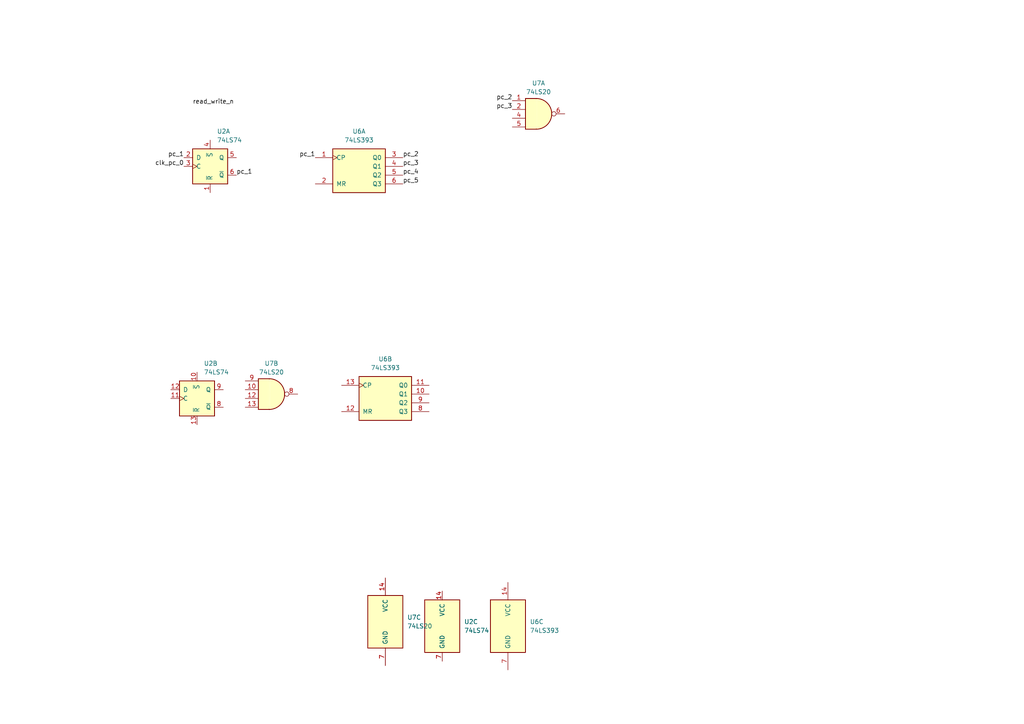
<source format=kicad_sch>
(kicad_sch (version 20230121) (generator eeschema)
  (paper "A4")
  (lib_symbols
    (symbol "74xx:74LS20" (pin_names (offset 1.016))
      (property "Reference" "U" (at 0 1.27 0))
      (property "Value" "74LS20" (at 0 -1.27 0))
      (symbol "74LS20_1_1"
        (arc (start -0.635 -4.445) (mid 3.7907 0) (end -0.635 4.445) (stroke (width 0.254)) (fill (type background)))
        (polyline (pts (xy -0.635 4.445) (xy -3.81 4.445) (xy -3.81 -4.445) (xy -0.635 -4.445)) (stroke (width 0.254)) (fill (type background)))
        (pin input line (at -7.62 3.81 0) (length 3.81) (name "~") (number "1"))
        (pin input line (at -7.62 1.27 0) (length 3.81) (name "~") (number "2"))
        (pin input line (at -7.62 -1.27 0) (length 3.81) (name "~") (number "4"))
        (pin input line (at -7.62 -3.81 0) (length 3.81) (name "~") (number "5"))
        (pin output inverted (at 7.62 0 180) (length 3.81) (name "~") (number "6"))
      )
      (symbol "74LS20_1_2"
        (arc (start -3.81 -4.445) (mid -2.5908 0) (end -3.81 4.445) (stroke (width 0.254)))
        (arc (start -0.6096 -4.445) (mid 2.2246 -2.8422) (end 3.81 0) (stroke (width 0.254)) (fill (type background)))
        (polyline (pts (xy -3.81 -4.445) (xy -0.635 -4.445)) (stroke (width 0.254)) (fill (type background)))
        (polyline (pts (xy -3.81 4.445) (xy -0.635 4.445)) (stroke (width 0.254)) (fill (type background)))
        (polyline (pts (xy -0.635 4.445) (xy -3.81 4.445) (xy -3.81 4.445) (xy -3.6322 4.0894) (xy -3.0988 2.921) (xy -2.7686 1.6764) (xy -2.6162 0.4318) (xy -2.6416 -0.8636) (xy -2.8702 -2.1082) (xy -3.2512 -3.3274) (xy -3.81 -4.445) (xy -3.81 -4.445) (xy -0.635 -4.445)) (stroke (width -25.4)) (fill (type background)))
        (arc (start 3.81 0) (mid 2.2204 2.8379) (end -0.6096 4.445) (stroke (width 0.254)) (fill (type background)))
        (pin input inverted (at -7.62 3.81 0) (length 3.81) (name "~") (number "1"))
        (pin input inverted (at -7.62 1.27 0) (length 4.826) (name "~") (number "2"))
        (pin input inverted (at -7.62 -1.27 0) (length 4.826) (name "~") (number "4"))
        (pin input inverted (at -7.62 -3.81 0) (length 3.81) (name "~") (number "5"))
        (pin output line (at 7.62 0 180) (length 3.81) (name "~") (number "6"))
      )
      (symbol "74LS20_2_1"
        (arc (start -0.635 -4.445) (mid 3.7907 0) (end -0.635 4.445) (stroke (width 0.254)) (fill (type background)))
        (polyline (pts (xy -0.635 4.445) (xy -3.81 4.445) (xy -3.81 -4.445) (xy -0.635 -4.445)) (stroke (width 0.254)) (fill (type background)))
        (pin input line (at -7.62 1.27 0) (length 3.81) (name "~") (number "10"))
        (pin input line (at -7.62 -1.27 0) (length 3.81) (name "~") (number "12"))
        (pin input line (at -7.62 -3.81 0) (length 3.81) (name "~") (number "13"))
        (pin output inverted (at 7.62 0 180) (length 3.81) (name "~") (number "8"))
        (pin input line (at -7.62 3.81 0) (length 3.81) (name "~") (number "9"))
      )
      (symbol "74LS20_2_2"
        (arc (start -3.81 -4.445) (mid -2.5908 0) (end -3.81 4.445) (stroke (width 0.254)))
        (arc (start -0.6096 -4.445) (mid 2.2246 -2.8422) (end 3.81 0) (stroke (width 0.254)) (fill (type background)))
        (polyline (pts (xy -3.81 -4.445) (xy -0.635 -4.445)) (stroke (width 0.254)) (fill (type background)))
        (polyline (pts (xy -3.81 4.445) (xy -0.635 4.445)) (stroke (width 0.254)) (fill (type background)))
        (polyline (pts (xy -0.635 4.445) (xy -3.81 4.445) (xy -3.81 4.445) (xy -3.6322 4.0894) (xy -3.0988 2.921) (xy -2.7686 1.6764) (xy -2.6162 0.4318) (xy -2.6416 -0.8636) (xy -2.8702 -2.1082) (xy -3.2512 -3.3274) (xy -3.81 -4.445) (xy -3.81 -4.445) (xy -0.635 -4.445)) (stroke (width -25.4)) (fill (type background)))
        (arc (start 3.81 0) (mid 2.2204 2.8379) (end -0.6096 4.445) (stroke (width 0.254)) (fill (type background)))
        (pin input inverted (at -7.62 1.27 0) (length 4.826) (name "~") (number "10"))
        (pin input inverted (at -7.62 -1.27 0) (length 4.826) (name "~") (number "12"))
        (pin input inverted (at -7.62 -3.81 0) (length 3.81) (name "~") (number "13"))
        (pin output line (at 7.62 0 180) (length 3.81) (name "~") (number "8"))
        (pin input inverted (at -7.62 3.81 0) (length 3.81) (name "~") (number "9"))
      )
      (symbol "74LS20_3_0"
        (pin power_in line (at 0 12.7 270) (length 5.08) (name "VCC") (number "14"))
        (pin power_in line (at 0 -12.7 90) (length 5.08) (name "GND") (number "7"))
      )
      (symbol "74LS20_3_1"
        (rectangle (start -5.08 7.62) (end 5.08 -7.62) (stroke (width 0.254)) (fill (type background)))
      )
    )
    (symbol "74xx:74LS393" (pin_names (offset 1.016))
      (property "Reference" "U" (at -7.62 8.89 0))
      (property "Value" "74LS393" (at -7.62 -8.89 0))
      (symbol "74LS393_1_0"
        (pin input clock (at -12.7 2.54 0) (length 5.08) (name "CP") (number "1"))
        (pin input line (at -12.7 -5.08 0) (length 5.08) (name "MR") (number "2"))
        (pin output line (at 12.7 2.54 180) (length 5.08) (name "Q0") (number "3"))
        (pin output line (at 12.7 0 180) (length 5.08) (name "Q1") (number "4"))
        (pin output line (at 12.7 -2.54 180) (length 5.08) (name "Q2") (number "5"))
        (pin output line (at 12.7 -5.08 180) (length 5.08) (name "Q3") (number "6"))
      )
      (symbol "74LS393_1_1"
        (rectangle (start -7.62 5.08) (end 7.62 -7.62) (stroke (width 0.254)) (fill (type background)))
      )
      (symbol "74LS393_2_0"
        (pin output line (at 12.7 0 180) (length 5.08) (name "Q1") (number "10"))
        (pin output line (at 12.7 2.54 180) (length 5.08) (name "Q0") (number "11"))
        (pin input line (at -12.7 -5.08 0) (length 5.08) (name "MR") (number "12"))
        (pin input clock (at -12.7 2.54 0) (length 5.08) (name "CP") (number "13"))
        (pin output line (at 12.7 -5.08 180) (length 5.08) (name "Q3") (number "8"))
        (pin output line (at 12.7 -2.54 180) (length 5.08) (name "Q2") (number "9"))
      )
      (symbol "74LS393_2_1"
        (rectangle (start -7.62 5.08) (end 7.62 -7.62) (stroke (width 0.254)) (fill (type background)))
      )
      (symbol "74LS393_3_0"
        (pin power_in line (at 0 12.7 270) (length 5.08) (name "VCC") (number "14"))
        (pin power_in line (at 0 -12.7 90) (length 5.08) (name "GND") (number "7"))
      )
      (symbol "74LS393_3_1"
        (rectangle (start -5.08 7.62) (end 5.08 -7.62) (stroke (width 0.254)) (fill (type background)))
      )
    )
    (symbol "74xx:74LS74" (pin_names (offset 1.016))
      (property "Reference" "U" (at -7.62 8.89 0))
      (property "Value" "74LS74" (at -7.62 -8.89 0))
      (symbol "74LS74_1_0"
        (pin input line (at 0 -7.62 90) (length 2.54) (name "~{R}") (number "1"))
        (pin input line (at -7.62 2.54 0) (length 2.54) (name "D") (number "2"))
        (pin input clock (at -7.62 0 0) (length 2.54) (name "C") (number "3"))
        (pin input line (at 0 7.62 270) (length 2.54) (name "~{S}") (number "4"))
        (pin output line (at 7.62 2.54 180) (length 2.54) (name "Q") (number "5"))
        (pin output line (at 7.62 -2.54 180) (length 2.54) (name "~{Q}") (number "6"))
      )
      (symbol "74LS74_1_1"
        (rectangle (start -5.08 5.08) (end 5.08 -5.08) (stroke (width 0.254)) (fill (type background)))
      )
      (symbol "74LS74_2_0"
        (pin input line (at 0 7.62 270) (length 2.54) (name "~{S}") (number "10"))
        (pin input clock (at -7.62 0 0) (length 2.54) (name "C") (number "11"))
        (pin input line (at -7.62 2.54 0) (length 2.54) (name "D") (number "12"))
        (pin input line (at 0 -7.62 90) (length 2.54) (name "~{R}") (number "13"))
        (pin output line (at 7.62 -2.54 180) (length 2.54) (name "~{Q}") (number "8"))
        (pin output line (at 7.62 2.54 180) (length 2.54) (name "Q") (number "9"))
      )
      (symbol "74LS74_2_1"
        (rectangle (start -5.08 5.08) (end 5.08 -5.08) (stroke (width 0.254)) (fill (type background)))
      )
      (symbol "74LS74_3_0"
        (pin power_in line (at 0 10.16 270) (length 2.54) (name "VCC") (number "14"))
        (pin power_in line (at 0 -10.16 90) (length 2.54) (name "GND") (number "7"))
      )
      (symbol "74LS74_3_1"
        (rectangle (start -5.08 7.62) (end 5.08 -7.62) (stroke (width 0.254)) (fill (type background)))
      )
    )
  )
  (label "clk_pc_0" (at 53.34 48.26 180))
  (label "read_write_n" (at 55.88 30.48 0))
  (label "pc_2" (at 116.84 45.72 0))
  (label "pc_3" (at 116.84 48.26 0))
  (label "pc_2" (at 148.59 29.21 180))
  (label "pc_5" (at 116.84 53.34 0))
  (label "pc_4" (at 116.84 50.8 0))
  (label "pc_1" (at 91.44 45.72 180))
  (label "pc_3" (at 148.59 31.75 180))
  (label "pc_1" (at 53.34 45.72 180))
  (label "pc_1" (at 68.58 50.8 0))
  (symbol (lib_id "74xx:74LS20") (at 156.21 33.02 0) (unit 1)
    (property "Reference" "U7" (at 156.2003 24.13 0))
    (property "Value" "74LS20" (at 156.2003 26.67 0))
    (property "Datasheet" "http://www.ti.com/lit/gpn/sn74LS20" (effects hide))
  )
  (symbol (lib_id "74xx:74LS20") (at 78.74 114.3 0) (unit 2)
    (property "Reference" "U7" (at 78.7303 105.41 0))
    (property "Value" "74LS20" (at 78.7303 107.95 0))
    (property "Datasheet" "http://www.ti.com/lit/gpn/sn74LS20" (effects hide))
  )
  (symbol (lib_id "74xx:74LS393") (at 111.76 114.3 0) (unit 2)
    (property "Reference" "U6" (at 111.76 104.14 0))
    (property "Value" "74LS393" (at 111.76 106.68 0))
    (property "Datasheet" "74xx\\74LS393.pdf" (effects hide))
  )
  (symbol (lib_id "74xx:74LS393") (at 147.32 181.61 0) (unit 3)
    (property "Reference" "U6" (at 153.67 180.34 0) (effects (justify left)))
    (property "Value" "74LS393" (at 153.67 182.88 0) (effects (justify left)))
    (property "Datasheet" "74xx\\74LS393.pdf" (effects hide))
  )
  (symbol (lib_id "74xx:74LS74") (at 128.27 181.61 0) (unit 3)
    (property "Reference" "U2" (at 134.62 180.34 0) (effects (justify left)))
    (property "Value" "74LS74" (at 134.62 182.88 0) (effects (justify left)))
    (property "Datasheet" "74xx/74hc_hct74.pdf" (effects hide))
  )
  (symbol (lib_id "74xx:74LS20") (at 111.76 180.34 0) (unit 3)
    (property "Reference" "U7" (at 118.11 179.07 0) (effects (justify left)))
    (property "Value" "74LS20" (at 118.11 181.61 0) (effects (justify left)))
    (property "Datasheet" "http://www.ti.com/lit/gpn/sn74LS20" (effects hide))
  )
  (symbol (lib_id "74xx:74LS393") (at 104.14 48.26 0) (unit 1)
    (property "Reference" "U6" (at 104.14 38.1 0))
    (property "Value" "74LS393" (at 104.14 40.64 0))
    (property "Datasheet" "74xx\\74LS393.pdf" (effects hide))
  )
  (symbol (lib_id "74xx:74LS74") (at 60.96 48.26 0) (unit 1)
    (property "Reference" "U2" (at 62.9159 38.1 0) (effects (justify left)))
    (property "Value" "74LS74" (at 62.9159 40.64 0) (effects (justify left)))
    (property "Datasheet" "74xx/74hc_hct74.pdf" (effects hide))
  )
  (symbol (lib_id "74xx:74LS74") (at 57.15 115.57 0) (unit 2)
    (property "Reference" "U2" (at 59.1059 105.41 0) (effects (justify left)))
    (property "Value" "74LS74" (at 59.1059 107.95 0) (effects (justify left)))
    (property "Datasheet" "74xx/74hc_hct74.pdf" (effects hide))
  )
)
</source>
